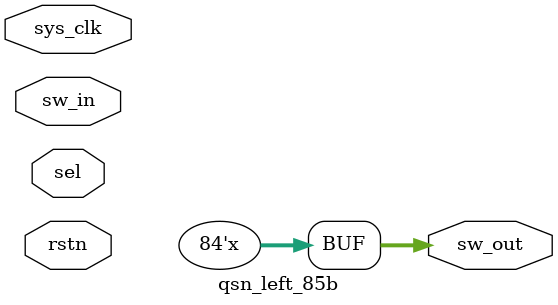
<source format=v>
`include "define.vh"

module qsn_left_85b (
	output wire [83:0] sw_out,

	input wire [84:0] sw_in,
	input wire [6:0] sel,
	input wire sys_clk,
	input wire rstn
);

	// Multiplexer Stage 6
	wire [20:0] mux_stage_6;
	assign mux_stage_6[0] = (sel[6] == 1'b1) ? sw_in[64] : sw_in[0];
	assign mux_stage_6[1] = (sel[6] == 1'b1) ? sw_in[65] : sw_in[1];
	assign mux_stage_6[2] = (sel[6] == 1'b1) ? sw_in[66] : sw_in[2];
	assign mux_stage_6[3] = (sel[6] == 1'b1) ? sw_in[67] : sw_in[3];
	assign mux_stage_6[4] = (sel[6] == 1'b1) ? sw_in[68] : sw_in[4];
	assign mux_stage_6[5] = (sel[6] == 1'b1) ? sw_in[69] : sw_in[5];
	assign mux_stage_6[6] = (sel[6] == 1'b1) ? sw_in[70] : sw_in[6];
	assign mux_stage_6[7] = (sel[6] == 1'b1) ? sw_in[71] : sw_in[7];
	assign mux_stage_6[8] = (sel[6] == 1'b1) ? sw_in[72] : sw_in[8];
	assign mux_stage_6[9] = (sel[6] == 1'b1) ? sw_in[73] : sw_in[9];
	assign mux_stage_6[10] = (sel[6] == 1'b1) ? sw_in[74] : sw_in[10];
	assign mux_stage_6[11] = (sel[6] == 1'b1) ? sw_in[75] : sw_in[11];
	assign mux_stage_6[12] = (sel[6] == 1'b1) ? sw_in[76] : sw_in[12];
	assign mux_stage_6[13] = (sel[6] == 1'b1) ? sw_in[77] : sw_in[13];
	assign mux_stage_6[14] = (sel[6] == 1'b1) ? sw_in[78] : sw_in[14];
	assign mux_stage_6[15] = (sel[6] == 1'b1) ? sw_in[79] : sw_in[15];
	assign mux_stage_6[16] = (sel[6] == 1'b1) ? sw_in[80] : sw_in[16];
	assign mux_stage_6[17] = (sel[6] == 1'b1) ? sw_in[81] : sw_in[17];
	assign mux_stage_6[18] = (sel[6] == 1'b1) ? sw_in[82] : sw_in[18];
	assign mux_stage_6[19] = (sel[6] == 1'b1) ? sw_in[83] : sw_in[19];
	assign mux_stage_6[20] = (sel[6] == 1'b1) ? sw_in[84] : sw_in[20];

	// Multiplexer Stage 5
	wire [52:0] mux_stage_5;
	assign mux_stage_5[0] = (sel[5] == 1'b1) ? sw_in[32] : mux_stage_6[0];
	assign mux_stage_5[1] = (sel[5] == 1'b1) ? sw_in[33] : mux_stage_6[1];
	assign mux_stage_5[2] = (sel[5] == 1'b1) ? sw_in[34] : mux_stage_6[2];
	assign mux_stage_5[3] = (sel[5] == 1'b1) ? sw_in[35] : mux_stage_6[3];
	assign mux_stage_5[4] = (sel[5] == 1'b1) ? sw_in[36] : mux_stage_6[4];
	assign mux_stage_5[5] = (sel[5] == 1'b1) ? sw_in[37] : mux_stage_6[5];
	assign mux_stage_5[6] = (sel[5] == 1'b1) ? sw_in[38] : mux_stage_6[6];
	assign mux_stage_5[7] = (sel[5] == 1'b1) ? sw_in[39] : mux_stage_6[7];
	assign mux_stage_5[8] = (sel[5] == 1'b1) ? sw_in[40] : mux_stage_6[8];
	assign mux_stage_5[9] = (sel[5] == 1'b1) ? sw_in[41] : mux_stage_6[9];
	assign mux_stage_5[10] = (sel[5] == 1'b1) ? sw_in[42] : mux_stage_6[10];
	assign mux_stage_5[11] = (sel[5] == 1'b1) ? sw_in[43] : mux_stage_6[11];
	assign mux_stage_5[12] = (sel[5] == 1'b1) ? sw_in[44] : mux_stage_6[12];
	assign mux_stage_5[13] = (sel[5] == 1'b1) ? sw_in[45] : mux_stage_6[13];
	assign mux_stage_5[14] = (sel[5] == 1'b1) ? sw_in[46] : mux_stage_6[14];
	assign mux_stage_5[15] = (sel[5] == 1'b1) ? sw_in[47] : mux_stage_6[15];
	assign mux_stage_5[16] = (sel[5] == 1'b1) ? sw_in[48] : mux_stage_6[16];
	assign mux_stage_5[17] = (sel[5] == 1'b1) ? sw_in[49] : mux_stage_6[17];
	assign mux_stage_5[18] = (sel[5] == 1'b1) ? sw_in[50] : mux_stage_6[18];
	assign mux_stage_5[19] = (sel[5] == 1'b1) ? sw_in[51] : mux_stage_6[19];
	assign mux_stage_5[20] = (sel[5] == 1'b1) ? sw_in[52] : mux_stage_6[20];
	assign mux_stage_5[21] = (sel[5] == 1'b1) ? sw_in[53] : sw_in[21];
	assign mux_stage_5[22] = (sel[5] == 1'b1) ? sw_in[54] : sw_in[22];
	assign mux_stage_5[23] = (sel[5] == 1'b1) ? sw_in[55] : sw_in[23];
	assign mux_stage_5[24] = (sel[5] == 1'b1) ? sw_in[56] : sw_in[24];
	assign mux_stage_5[25] = (sel[5] == 1'b1) ? sw_in[57] : sw_in[25];
	assign mux_stage_5[26] = (sel[5] == 1'b1) ? sw_in[58] : sw_in[26];
	assign mux_stage_5[27] = (sel[5] == 1'b1) ? sw_in[59] : sw_in[27];
	assign mux_stage_5[28] = (sel[5] == 1'b1) ? sw_in[60] : sw_in[28];
	assign mux_stage_5[29] = (sel[5] == 1'b1) ? sw_in[61] : sw_in[29];
	assign mux_stage_5[30] = (sel[5] == 1'b1) ? sw_in[62] : sw_in[30];
	assign mux_stage_5[31] = (sel[5] == 1'b1) ? sw_in[63] : sw_in[31];
	assign mux_stage_5[32] = (sel[5] == 1'b1) ? sw_in[64] : sw_in[32];
	assign mux_stage_5[33] = (sel[5] == 1'b1) ? sw_in[65] : sw_in[33];
	assign mux_stage_5[34] = (sel[5] == 1'b1) ? sw_in[66] : sw_in[34];
	assign mux_stage_5[35] = (sel[5] == 1'b1) ? sw_in[67] : sw_in[35];
	assign mux_stage_5[36] = (sel[5] == 1'b1) ? sw_in[68] : sw_in[36];
	assign mux_stage_5[37] = (sel[5] == 1'b1) ? sw_in[69] : sw_in[37];
	assign mux_stage_5[38] = (sel[5] == 1'b1) ? sw_in[70] : sw_in[38];
	assign mux_stage_5[39] = (sel[5] == 1'b1) ? sw_in[71] : sw_in[39];
	assign mux_stage_5[40] = (sel[5] == 1'b1) ? sw_in[72] : sw_in[40];
	assign mux_stage_5[41] = (sel[5] == 1'b1) ? sw_in[73] : sw_in[41];
	assign mux_stage_5[42] = (sel[5] == 1'b1) ? sw_in[74] : sw_in[42];
	assign mux_stage_5[43] = (sel[5] == 1'b1) ? sw_in[75] : sw_in[43];
	assign mux_stage_5[44] = (sel[5] == 1'b1) ? sw_in[76] : sw_in[44];
	assign mux_stage_5[45] = (sel[5] == 1'b1) ? sw_in[77] : sw_in[45];
	assign mux_stage_5[46] = (sel[5] == 1'b1) ? sw_in[78] : sw_in[46];
	assign mux_stage_5[47] = (sel[5] == 1'b1) ? sw_in[79] : sw_in[47];
	assign mux_stage_5[48] = (sel[5] == 1'b1) ? sw_in[80] : sw_in[48];
	assign mux_stage_5[49] = (sel[5] == 1'b1) ? sw_in[81] : sw_in[49];
	assign mux_stage_5[50] = (sel[5] == 1'b1) ? sw_in[82] : sw_in[50];
	assign mux_stage_5[51] = (sel[5] == 1'b1) ? sw_in[83] : sw_in[51];
	assign mux_stage_5[52] = (sel[5] == 1'b1) ? sw_in[84] : sw_in[52];

`ifdef SCHED_4_6
	// Multiplexer Stage 4
	reg [68:0] mux_stage_4;
	always @(posedge sys_clk) begin if(!rstn) mux_stage_4[0 ] <= 0; else if(sel[4] == 1'b1) mux_stage_4[0 ] <= mux_stage_5[16]; else mux_stage_4[0 ] <= mux_stage_5[0 ]; end
	always @(posedge sys_clk) begin if(!rstn) mux_stage_4[1 ] <= 0; else if(sel[4] == 1'b1) mux_stage_4[1 ] <= mux_stage_5[17]; else mux_stage_4[1 ] <= mux_stage_5[1 ]; end
	always @(posedge sys_clk) begin if(!rstn) mux_stage_4[2 ] <= 0; else if(sel[4] == 1'b1) mux_stage_4[2 ] <= mux_stage_5[18]; else mux_stage_4[2 ] <= mux_stage_5[2 ]; end
	always @(posedge sys_clk) begin if(!rstn) mux_stage_4[3 ] <= 0; else if(sel[4] == 1'b1) mux_stage_4[3 ] <= mux_stage_5[19]; else mux_stage_4[3 ] <= mux_stage_5[3 ]; end
	always @(posedge sys_clk) begin if(!rstn) mux_stage_4[4 ] <= 0; else if(sel[4] == 1'b1) mux_stage_4[4 ] <= mux_stage_5[20]; else mux_stage_4[4 ] <= mux_stage_5[4 ]; end
	always @(posedge sys_clk) begin if(!rstn) mux_stage_4[5 ] <= 0; else if(sel[4] == 1'b1) mux_stage_4[5 ] <= mux_stage_5[21]; else mux_stage_4[5 ] <= mux_stage_5[5 ]; end
	always @(posedge sys_clk) begin if(!rstn) mux_stage_4[6 ] <= 0; else if(sel[4] == 1'b1) mux_stage_4[6 ] <= mux_stage_5[22]; else mux_stage_4[6 ] <= mux_stage_5[6 ]; end
	always @(posedge sys_clk) begin if(!rstn) mux_stage_4[7 ] <= 0; else if(sel[4] == 1'b1) mux_stage_4[7 ] <= mux_stage_5[23]; else mux_stage_4[7 ] <= mux_stage_5[7 ]; end
	always @(posedge sys_clk) begin if(!rstn) mux_stage_4[8 ] <= 0; else if(sel[4] == 1'b1) mux_stage_4[8 ] <= mux_stage_5[24]; else mux_stage_4[8 ] <= mux_stage_5[8 ]; end
	always @(posedge sys_clk) begin if(!rstn) mux_stage_4[9 ] <= 0; else if(sel[4] == 1'b1) mux_stage_4[9 ] <= mux_stage_5[25]; else mux_stage_4[9 ] <= mux_stage_5[9 ]; end
	always @(posedge sys_clk) begin if(!rstn) mux_stage_4[10] <= 0; else if(sel[4] == 1'b1) mux_stage_4[10] <= mux_stage_5[26]; else mux_stage_4[10] <= mux_stage_5[10]; end
	always @(posedge sys_clk) begin if(!rstn) mux_stage_4[11] <= 0; else if(sel[4] == 1'b1) mux_stage_4[11] <= mux_stage_5[27]; else mux_stage_4[11] <= mux_stage_5[11]; end
	always @(posedge sys_clk) begin if(!rstn) mux_stage_4[12] <= 0; else if(sel[4] == 1'b1) mux_stage_4[12] <= mux_stage_5[28]; else mux_stage_4[12] <= mux_stage_5[12]; end
	always @(posedge sys_clk) begin if(!rstn) mux_stage_4[13] <= 0; else if(sel[4] == 1'b1) mux_stage_4[13] <= mux_stage_5[29]; else mux_stage_4[13] <= mux_stage_5[13]; end
	always @(posedge sys_clk) begin if(!rstn) mux_stage_4[14] <= 0; else if(sel[4] == 1'b1) mux_stage_4[14] <= mux_stage_5[30]; else mux_stage_4[14] <= mux_stage_5[14]; end
	always @(posedge sys_clk) begin if(!rstn) mux_stage_4[15] <= 0; else if(sel[4] == 1'b1) mux_stage_4[15] <= mux_stage_5[31]; else mux_stage_4[15] <= mux_stage_5[15]; end
	always @(posedge sys_clk) begin if(!rstn) mux_stage_4[16] <= 0; else if(sel[4] == 1'b1) mux_stage_4[16] <= mux_stage_5[32]; else mux_stage_4[16] <= mux_stage_5[16]; end
	always @(posedge sys_clk) begin if(!rstn) mux_stage_4[17] <= 0; else if(sel[4] == 1'b1) mux_stage_4[17] <= mux_stage_5[33]; else mux_stage_4[17] <= mux_stage_5[17]; end
	always @(posedge sys_clk) begin if(!rstn) mux_stage_4[18] <= 0; else if(sel[4] == 1'b1) mux_stage_4[18] <= mux_stage_5[34]; else mux_stage_4[18] <= mux_stage_5[18]; end
	always @(posedge sys_clk) begin if(!rstn) mux_stage_4[19] <= 0; else if(sel[4] == 1'b1) mux_stage_4[19] <= mux_stage_5[35]; else mux_stage_4[19] <= mux_stage_5[19]; end
	always @(posedge sys_clk) begin if(!rstn) mux_stage_4[20] <= 0; else if(sel[4] == 1'b1) mux_stage_4[20] <= mux_stage_5[36]; else mux_stage_4[20] <= mux_stage_5[20]; end
	always @(posedge sys_clk) begin if(!rstn) mux_stage_4[21] <= 0; else if(sel[4] == 1'b1) mux_stage_4[21] <= mux_stage_5[37]; else mux_stage_4[21] <= mux_stage_5[21]; end
	always @(posedge sys_clk) begin if(!rstn) mux_stage_4[22] <= 0; else if(sel[4] == 1'b1) mux_stage_4[22] <= mux_stage_5[38]; else mux_stage_4[22] <= mux_stage_5[22]; end
	always @(posedge sys_clk) begin if(!rstn) mux_stage_4[23] <= 0; else if(sel[4] == 1'b1) mux_stage_4[23] <= mux_stage_5[39]; else mux_stage_4[23] <= mux_stage_5[23]; end
	always @(posedge sys_clk) begin if(!rstn) mux_stage_4[24] <= 0; else if(sel[4] == 1'b1) mux_stage_4[24] <= mux_stage_5[40]; else mux_stage_4[24] <= mux_stage_5[24]; end
	always @(posedge sys_clk) begin if(!rstn) mux_stage_4[25] <= 0; else if(sel[4] == 1'b1) mux_stage_4[25] <= mux_stage_5[41]; else mux_stage_4[25] <= mux_stage_5[25]; end
	always @(posedge sys_clk) begin if(!rstn) mux_stage_4[26] <= 0; else if(sel[4] == 1'b1) mux_stage_4[26] <= mux_stage_5[42]; else mux_stage_4[26] <= mux_stage_5[26]; end
	always @(posedge sys_clk) begin if(!rstn) mux_stage_4[27] <= 0; else if(sel[4] == 1'b1) mux_stage_4[27] <= mux_stage_5[43]; else mux_stage_4[27] <= mux_stage_5[27]; end
	always @(posedge sys_clk) begin if(!rstn) mux_stage_4[28] <= 0; else if(sel[4] == 1'b1) mux_stage_4[28] <= mux_stage_5[44]; else mux_stage_4[28] <= mux_stage_5[28]; end
	always @(posedge sys_clk) begin if(!rstn) mux_stage_4[29] <= 0; else if(sel[4] == 1'b1) mux_stage_4[29] <= mux_stage_5[45]; else mux_stage_4[29] <= mux_stage_5[29]; end
	always @(posedge sys_clk) begin if(!rstn) mux_stage_4[30] <= 0; else if(sel[4] == 1'b1) mux_stage_4[30] <= mux_stage_5[46]; else mux_stage_4[30] <= mux_stage_5[30]; end
	always @(posedge sys_clk) begin if(!rstn) mux_stage_4[31] <= 0; else if(sel[4] == 1'b1) mux_stage_4[31] <= mux_stage_5[47]; else mux_stage_4[31] <= mux_stage_5[31]; end
	always @(posedge sys_clk) begin if(!rstn) mux_stage_4[32] <= 0; else if(sel[4] == 1'b1) mux_stage_4[32] <= mux_stage_5[48]; else mux_stage_4[32] <= mux_stage_5[32]; end
	always @(posedge sys_clk) begin if(!rstn) mux_stage_4[33] <= 0; else if(sel[4] == 1'b1) mux_stage_4[33] <= mux_stage_5[49]; else mux_stage_4[33] <= mux_stage_5[33]; end
	always @(posedge sys_clk) begin if(!rstn) mux_stage_4[34] <= 0; else if(sel[4] == 1'b1) mux_stage_4[34] <= mux_stage_5[50]; else mux_stage_4[34] <= mux_stage_5[34]; end
	always @(posedge sys_clk) begin if(!rstn) mux_stage_4[35] <= 0; else if(sel[4] == 1'b1) mux_stage_4[35] <= mux_stage_5[51]; else mux_stage_4[35] <= mux_stage_5[35]; end
	always @(posedge sys_clk) begin if(!rstn) mux_stage_4[36] <= 0; else if(sel[4] == 1'b1) mux_stage_4[36] <= mux_stage_5[52]; else mux_stage_4[36] <= mux_stage_5[36]; end
	always @(posedge sys_clk) begin if(!rstn) mux_stage_4[37] <= 0; else if (sel[4] == 1'b1) mux_stage_4[37] <= sw_in[53]; else mux_stage_4[37] <= mux_stage_5[37]; end
	always @(posedge sys_clk) begin if(!rstn) mux_stage_4[38] <= 0; else if (sel[4] == 1'b1) mux_stage_4[38] <= sw_in[54]; else mux_stage_4[38] <= mux_stage_5[38]; end
	always @(posedge sys_clk) begin if(!rstn) mux_stage_4[39] <= 0; else if (sel[4] == 1'b1) mux_stage_4[39] <= sw_in[55]; else mux_stage_4[39] <= mux_stage_5[39]; end
	always @(posedge sys_clk) begin if(!rstn) mux_stage_4[40] <= 0; else if (sel[4] == 1'b1) mux_stage_4[40] <= sw_in[56]; else mux_stage_4[40] <= mux_stage_5[40]; end
	always @(posedge sys_clk) begin if(!rstn) mux_stage_4[41] <= 0; else if (sel[4] == 1'b1) mux_stage_4[41] <= sw_in[57]; else mux_stage_4[41] <= mux_stage_5[41]; end
	always @(posedge sys_clk) begin if(!rstn) mux_stage_4[42] <= 0; else if (sel[4] == 1'b1) mux_stage_4[42] <= sw_in[58]; else mux_stage_4[42] <= mux_stage_5[42]; end
	always @(posedge sys_clk) begin if(!rstn) mux_stage_4[43] <= 0; else if (sel[4] == 1'b1) mux_stage_4[43] <= sw_in[59]; else mux_stage_4[43] <= mux_stage_5[43]; end
	always @(posedge sys_clk) begin if(!rstn) mux_stage_4[44] <= 0; else if (sel[4] == 1'b1) mux_stage_4[44] <= sw_in[60]; else mux_stage_4[44] <= mux_stage_5[44]; end
	always @(posedge sys_clk) begin if(!rstn) mux_stage_4[45] <= 0; else if (sel[4] == 1'b1) mux_stage_4[45] <= sw_in[61]; else mux_stage_4[45] <= mux_stage_5[45]; end
	always @(posedge sys_clk) begin if(!rstn) mux_stage_4[46] <= 0; else if (sel[4] == 1'b1) mux_stage_4[46] <= sw_in[62]; else mux_stage_4[46] <= mux_stage_5[46]; end
	always @(posedge sys_clk) begin if(!rstn) mux_stage_4[47] <= 0; else if (sel[4] == 1'b1) mux_stage_4[47] <= sw_in[63]; else mux_stage_4[47] <= mux_stage_5[47]; end
	always @(posedge sys_clk) begin if(!rstn) mux_stage_4[48] <= 0; else if (sel[4] == 1'b1) mux_stage_4[48] <= sw_in[64]; else mux_stage_4[48] <= mux_stage_5[48]; end
	always @(posedge sys_clk) begin if(!rstn) mux_stage_4[49] <= 0; else if (sel[4] == 1'b1) mux_stage_4[49] <= sw_in[65]; else mux_stage_4[49] <= mux_stage_5[49]; end
	always @(posedge sys_clk) begin if(!rstn) mux_stage_4[50] <= 0; else if (sel[4] == 1'b1) mux_stage_4[50] <= sw_in[66]; else mux_stage_4[50] <= mux_stage_5[50]; end
	always @(posedge sys_clk) begin if(!rstn) mux_stage_4[51] <= 0; else if (sel[4] == 1'b1) mux_stage_4[51] <= sw_in[67]; else mux_stage_4[51] <= mux_stage_5[51]; end
	always @(posedge sys_clk) begin if(!rstn) mux_stage_4[52] <= 0; else if (sel[4] == 1'b1) mux_stage_4[52] <= sw_in[68]; else mux_stage_4[52] <= mux_stage_5[52]; end
	always @(posedge sys_clk) begin if(!rstn) mux_stage_4[53] <= 0; else if (sel[4] == 1'b1) mux_stage_4[53] <= sw_in[69]; else mux_stage_4[53] <= sw_in[53]; end
	always @(posedge sys_clk) begin if(!rstn) mux_stage_4[54] <= 0; else if (sel[4] == 1'b1) mux_stage_4[54] <= sw_in[70]; else mux_stage_4[54] <= sw_in[54]; end
	always @(posedge sys_clk) begin if(!rstn) mux_stage_4[55] <= 0; else if (sel[4] == 1'b1) mux_stage_4[55] <= sw_in[71]; else mux_stage_4[55] <= sw_in[55]; end
	always @(posedge sys_clk) begin if(!rstn) mux_stage_4[56] <= 0; else if (sel[4] == 1'b1) mux_stage_4[56] <= sw_in[72]; else mux_stage_4[56] <= sw_in[56]; end
	always @(posedge sys_clk) begin if(!rstn) mux_stage_4[57] <= 0; else if (sel[4] == 1'b1) mux_stage_4[57] <= sw_in[73]; else mux_stage_4[57] <= sw_in[57]; end
	always @(posedge sys_clk) begin if(!rstn) mux_stage_4[58] <= 0; else if (sel[4] == 1'b1) mux_stage_4[58] <= sw_in[74]; else mux_stage_4[58] <= sw_in[58]; end
	always @(posedge sys_clk) begin if(!rstn) mux_stage_4[59] <= 0; else if (sel[4] == 1'b1) mux_stage_4[59] <= sw_in[75]; else mux_stage_4[59] <= sw_in[59]; end
	always @(posedge sys_clk) begin if(!rstn) mux_stage_4[60] <= 0; else if (sel[4] == 1'b1) mux_stage_4[60] <= sw_in[76]; else mux_stage_4[60] <= sw_in[60]; end
	always @(posedge sys_clk) begin if(!rstn) mux_stage_4[61] <= 0; else if (sel[4] == 1'b1) mux_stage_4[61] <= sw_in[77]; else mux_stage_4[61] <= sw_in[61]; end
	always @(posedge sys_clk) begin if(!rstn) mux_stage_4[62] <= 0; else if (sel[4] == 1'b1) mux_stage_4[62] <= sw_in[78]; else mux_stage_4[62] <= sw_in[62]; end
	always @(posedge sys_clk) begin if(!rstn) mux_stage_4[63] <= 0; else if (sel[4] == 1'b1) mux_stage_4[63] <= sw_in[79]; else mux_stage_4[63] <= sw_in[63]; end
	always @(posedge sys_clk) begin if(!rstn) mux_stage_4[64] <= 0; else if (sel[4] == 1'b1) mux_stage_4[64] <= sw_in[80]; else mux_stage_4[64] <= sw_in[64]; end
	always @(posedge sys_clk) begin if(!rstn) mux_stage_4[65] <= 0; else if (sel[4] == 1'b1) mux_stage_4[65] <= sw_in[81]; else mux_stage_4[65] <= sw_in[65]; end
	always @(posedge sys_clk) begin if(!rstn) mux_stage_4[66] <= 0; else if (sel[4] == 1'b1) mux_stage_4[66] <= sw_in[82]; else mux_stage_4[66] <= sw_in[66]; end
	always @(posedge sys_clk) begin if(!rstn) mux_stage_4[67] <= 0; else if (sel[4] == 1'b1) mux_stage_4[67] <= sw_in[83]; else mux_stage_4[67] <= sw_in[67]; end
	always @(posedge sys_clk) begin if(!rstn) mux_stage_4[68] <= 0; else if (sel[4] == 1'b1) mux_stage_4[68] <= sw_in[84]; else mux_stage_4[68] <= sw_in[68]; end

	reg sw_in_69_reg0;
	reg sw_in_70_reg0;
	reg sw_in_71_reg0;
	reg sw_in_72_reg0;
	reg sw_in_73_reg0;
	reg sw_in_74_reg0;
	reg sw_in_75_reg0;
	reg sw_in_76_reg0;
	reg sw_in_77_reg0;
	reg sw_in_78_reg0;
	reg sw_in_79_reg0;
	reg sw_in_80_reg0;
	reg sw_in_81_reg0;
	reg sw_in_82_reg0;
	reg sw_in_83_reg0;
	reg sw_in_84_reg0;
	always @(posedge sys_clk) begin if(!rstn) sw_in_69_reg0 <= 0; else sw_in_69_reg0 <= sw_in[69]; end
	always @(posedge sys_clk) begin if(!rstn) sw_in_70_reg0 <= 0; else sw_in_70_reg0 <= sw_in[70]; end
	always @(posedge sys_clk) begin if(!rstn) sw_in_71_reg0 <= 0; else sw_in_71_reg0 <= sw_in[71]; end
	always @(posedge sys_clk) begin if(!rstn) sw_in_72_reg0 <= 0; else sw_in_72_reg0 <= sw_in[72]; end
	always @(posedge sys_clk) begin if(!rstn) sw_in_73_reg0 <= 0; else sw_in_73_reg0 <= sw_in[73]; end
	always @(posedge sys_clk) begin if(!rstn) sw_in_74_reg0 <= 0; else sw_in_74_reg0 <= sw_in[74]; end
	always @(posedge sys_clk) begin if(!rstn) sw_in_75_reg0 <= 0; else sw_in_75_reg0 <= sw_in[75]; end
	always @(posedge sys_clk) begin if(!rstn) sw_in_76_reg0 <= 0; else sw_in_76_reg0 <= sw_in[76]; end
	always @(posedge sys_clk) begin if(!rstn) sw_in_77_reg0 <= 0; else sw_in_77_reg0 <= sw_in[77]; end
	always @(posedge sys_clk) begin if(!rstn) sw_in_78_reg0 <= 0; else sw_in_78_reg0 <= sw_in[78]; end
	always @(posedge sys_clk) begin if(!rstn) sw_in_79_reg0 <= 0; else sw_in_79_reg0 <= sw_in[79]; end
	always @(posedge sys_clk) begin if(!rstn) sw_in_80_reg0 <= 0; else sw_in_80_reg0 <= sw_in[80]; end
	always @(posedge sys_clk) begin if(!rstn) sw_in_81_reg0 <= 0; else sw_in_81_reg0 <= sw_in[81]; end
	always @(posedge sys_clk) begin if(!rstn) sw_in_82_reg0 <= 0; else sw_in_82_reg0 <= sw_in[82]; end
	always @(posedge sys_clk) begin if(!rstn) sw_in_83_reg0 <= 0; else sw_in_83_reg0 <= sw_in[83]; end
	always @(posedge sys_clk) begin if(!rstn) sw_in_84_reg0 <= 0; else sw_in_84_reg0 <= sw_in[84]; end

	// Multiplexer Stage 3
	wire [76:0] mux_stage_3;
	reg sel_3_reg0;
	always @(posedge sys_clk) begin if(!rstn) sel_3_reg0 <= 0; else sel_3_reg0 <= sel[3]; end
	assign mux_stage_3[0 ] = (sel_3_reg0 == 1'b1) ? mux_stage_4[8] : mux_stage_4[0];
	assign mux_stage_3[1 ] = (sel_3_reg0 == 1'b1) ? mux_stage_4[9] : mux_stage_4[1];
	assign mux_stage_3[2 ] = (sel_3_reg0 == 1'b1) ? mux_stage_4[10] : mux_stage_4[2];
	assign mux_stage_3[3 ] = (sel_3_reg0 == 1'b1) ? mux_stage_4[11] : mux_stage_4[3];
	assign mux_stage_3[4 ] = (sel_3_reg0 == 1'b1) ? mux_stage_4[12] : mux_stage_4[4];
	assign mux_stage_3[5 ] = (sel_3_reg0 == 1'b1) ? mux_stage_4[13] : mux_stage_4[5];
	assign mux_stage_3[6 ] = (sel_3_reg0 == 1'b1) ? mux_stage_4[14] : mux_stage_4[6];
	assign mux_stage_3[7 ] = (sel_3_reg0 == 1'b1) ? mux_stage_4[15] : mux_stage_4[7];
	assign mux_stage_3[8 ] = (sel_3_reg0 == 1'b1) ? mux_stage_4[16] : mux_stage_4[8];
	assign mux_stage_3[9 ] = (sel_3_reg0 == 1'b1) ? mux_stage_4[17] : mux_stage_4[9];
	assign mux_stage_3[10] = (sel_3_reg0 == 1'b1) ? mux_stage_4[18] : mux_stage_4[10];
	assign mux_stage_3[11] = (sel_3_reg0 == 1'b1) ? mux_stage_4[19] : mux_stage_4[11];
	assign mux_stage_3[12] = (sel_3_reg0 == 1'b1) ? mux_stage_4[20] : mux_stage_4[12];
	assign mux_stage_3[13] = (sel_3_reg0 == 1'b1) ? mux_stage_4[21] : mux_stage_4[13];
	assign mux_stage_3[14] = (sel_3_reg0 == 1'b1) ? mux_stage_4[22] : mux_stage_4[14];
	assign mux_stage_3[15] = (sel_3_reg0 == 1'b1) ? mux_stage_4[23] : mux_stage_4[15];
	assign mux_stage_3[16] = (sel_3_reg0 == 1'b1) ? mux_stage_4[24] : mux_stage_4[16];
	assign mux_stage_3[17] = (sel_3_reg0 == 1'b1) ? mux_stage_4[25] : mux_stage_4[17];
	assign mux_stage_3[18] = (sel_3_reg0 == 1'b1) ? mux_stage_4[26] : mux_stage_4[18];
	assign mux_stage_3[19] = (sel_3_reg0 == 1'b1) ? mux_stage_4[27] : mux_stage_4[19];
	assign mux_stage_3[20] = (sel_3_reg0 == 1'b1) ? mux_stage_4[28] : mux_stage_4[20];
	assign mux_stage_3[21] = (sel_3_reg0 == 1'b1) ? mux_stage_4[29] : mux_stage_4[21];
	assign mux_stage_3[22] = (sel_3_reg0 == 1'b1) ? mux_stage_4[30] : mux_stage_4[22];
	assign mux_stage_3[23] = (sel_3_reg0 == 1'b1) ? mux_stage_4[31] : mux_stage_4[23];
	assign mux_stage_3[24] = (sel_3_reg0 == 1'b1) ? mux_stage_4[32] : mux_stage_4[24];
	assign mux_stage_3[25] = (sel_3_reg0 == 1'b1) ? mux_stage_4[33] : mux_stage_4[25];
	assign mux_stage_3[26] = (sel_3_reg0 == 1'b1) ? mux_stage_4[34] : mux_stage_4[26];
	assign mux_stage_3[27] = (sel_3_reg0 == 1'b1) ? mux_stage_4[35] : mux_stage_4[27];
	assign mux_stage_3[28] = (sel_3_reg0 == 1'b1) ? mux_stage_4[36] : mux_stage_4[28];
	assign mux_stage_3[29] = (sel_3_reg0 == 1'b1) ? mux_stage_4[37] : mux_stage_4[29];
	assign mux_stage_3[30] = (sel_3_reg0 == 1'b1) ? mux_stage_4[38] : mux_stage_4[30];
	assign mux_stage_3[31] = (sel_3_reg0 == 1'b1) ? mux_stage_4[39] : mux_stage_4[31];
	assign mux_stage_3[32] = (sel_3_reg0 == 1'b1) ? mux_stage_4[40] : mux_stage_4[32];
	assign mux_stage_3[33] = (sel_3_reg0 == 1'b1) ? mux_stage_4[41] : mux_stage_4[33];
	assign mux_stage_3[34] = (sel_3_reg0 == 1'b1) ? mux_stage_4[42] : mux_stage_4[34];
	assign mux_stage_3[35] = (sel_3_reg0 == 1'b1) ? mux_stage_4[43] : mux_stage_4[35];
	assign mux_stage_3[36] = (sel_3_reg0 == 1'b1) ? mux_stage_4[44] : mux_stage_4[36];
	assign mux_stage_3[37] = (sel_3_reg0 == 1'b1) ? mux_stage_4[45] : mux_stage_4[37];
	assign mux_stage_3[38] = (sel_3_reg0 == 1'b1) ? mux_stage_4[46] : mux_stage_4[38];
	assign mux_stage_3[39] = (sel_3_reg0 == 1'b1) ? mux_stage_4[47] : mux_stage_4[39];
	assign mux_stage_3[40] = (sel_3_reg0 == 1'b1) ? mux_stage_4[48] : mux_stage_4[40];
	assign mux_stage_3[41] = (sel_3_reg0 == 1'b1) ? mux_stage_4[49] : mux_stage_4[41];
	assign mux_stage_3[42] = (sel_3_reg0 == 1'b1) ? mux_stage_4[50] : mux_stage_4[42];
	assign mux_stage_3[43] = (sel_3_reg0 == 1'b1) ? mux_stage_4[51] : mux_stage_4[43];
	assign mux_stage_3[44] = (sel_3_reg0 == 1'b1) ? mux_stage_4[52] : mux_stage_4[44];
	assign mux_stage_3[45] = (sel_3_reg0 == 1'b1) ? mux_stage_4[53] : mux_stage_4[45];
	assign mux_stage_3[46] = (sel_3_reg0 == 1'b1) ? mux_stage_4[54] : mux_stage_4[46];
	assign mux_stage_3[47] = (sel_3_reg0 == 1'b1) ? mux_stage_4[55] : mux_stage_4[47];
	assign mux_stage_3[48] = (sel_3_reg0 == 1'b1) ? mux_stage_4[56] : mux_stage_4[48];
	assign mux_stage_3[49] = (sel_3_reg0 == 1'b1) ? mux_stage_4[57] : mux_stage_4[49];
	assign mux_stage_3[50] = (sel_3_reg0 == 1'b1) ? mux_stage_4[58] : mux_stage_4[50];
	assign mux_stage_3[51] = (sel_3_reg0 == 1'b1) ? mux_stage_4[59] : mux_stage_4[51];
	assign mux_stage_3[52] = (sel_3_reg0 == 1'b1) ? mux_stage_4[60] : mux_stage_4[52];
	assign mux_stage_3[53] = (sel_3_reg0 == 1'b1) ? mux_stage_4[61] : mux_stage_4[53];
	assign mux_stage_3[54] = (sel_3_reg0 == 1'b1) ? mux_stage_4[62] : mux_stage_4[54];
	assign mux_stage_3[55] = (sel_3_reg0 == 1'b1) ? mux_stage_4[63] : mux_stage_4[55];
	assign mux_stage_3[56] = (sel_3_reg0 == 1'b1) ? mux_stage_4[64] : mux_stage_4[56];
	assign mux_stage_3[57] = (sel_3_reg0 == 1'b1) ? mux_stage_4[65] : mux_stage_4[57];
	assign mux_stage_3[58] = (sel_3_reg0 == 1'b1) ? mux_stage_4[66] : mux_stage_4[58];
	assign mux_stage_3[59] = (sel_3_reg0 == 1'b1) ? mux_stage_4[67] : mux_stage_4[59];
	assign mux_stage_3[60] = (sel_3_reg0 == 1'b1) ? mux_stage_4[68] : mux_stage_4[60];
	assign mux_stage_3[61] = (sel_3_reg0 == 1'b1) ? sw_in_69_reg0 : mux_stage_4[61];
	assign mux_stage_3[62] = (sel_3_reg0 == 1'b1) ? sw_in_70_reg0 : mux_stage_4[62];
	assign mux_stage_3[63] = (sel_3_reg0 == 1'b1) ? sw_in_71_reg0 : mux_stage_4[63];
	assign mux_stage_3[64] = (sel_3_reg0 == 1'b1) ? sw_in_72_reg0 : mux_stage_4[64];
	assign mux_stage_3[65] = (sel_3_reg0 == 1'b1) ? sw_in_73_reg0 : mux_stage_4[65];
	assign mux_stage_3[66] = (sel_3_reg0 == 1'b1) ? sw_in_74_reg0 : mux_stage_4[66];
	assign mux_stage_3[67] = (sel_3_reg0 == 1'b1) ? sw_in_75_reg0 : mux_stage_4[67];
	assign mux_stage_3[68] = (sel_3_reg0 == 1'b1) ? sw_in_76_reg0 : mux_stage_4[68];
	assign mux_stage_3[69] = (sel_3_reg0 == 1'b1) ? sw_in_77_reg0 : sw_in_69_reg0;
	assign mux_stage_3[70] = (sel_3_reg0 == 1'b1) ? sw_in_78_reg0 : sw_in_70_reg0;
	assign mux_stage_3[71] = (sel_3_reg0 == 1'b1) ? sw_in_79_reg0 : sw_in_71_reg0;
	assign mux_stage_3[72] = (sel_3_reg0 == 1'b1) ? sw_in_80_reg0 : sw_in_72_reg0;
	assign mux_stage_3[73] = (sel_3_reg0 == 1'b1) ? sw_in_81_reg0 : sw_in_73_reg0;
	assign mux_stage_3[74] = (sel_3_reg0 == 1'b1) ? sw_in_82_reg0 : sw_in_74_reg0;
	assign mux_stage_3[75] = (sel_3_reg0 == 1'b1) ? sw_in_83_reg0 : sw_in_75_reg0;
	assign mux_stage_3[76] = (sel_3_reg0 == 1'b1) ? sw_in_84_reg0 : sw_in_76_reg0;

	// Multiplexer Stage 2
	wire [80:0] mux_stage_2;
	reg sel_2_reg0;
	always @(posedge sys_clk) begin if(!rstn) sel_2_reg0 <= 0; else sel_2_reg0 <= sel[2]; end
	assign mux_stage_2[0 ] = (sel_2_reg0 == 1'b1) ? mux_stage_3[4] : mux_stage_3[0];
	assign mux_stage_2[1 ] = (sel_2_reg0 == 1'b1) ? mux_stage_3[5] : mux_stage_3[1];
	assign mux_stage_2[2 ] = (sel_2_reg0 == 1'b1) ? mux_stage_3[6] : mux_stage_3[2];
	assign mux_stage_2[3 ] = (sel_2_reg0 == 1'b1) ? mux_stage_3[7] : mux_stage_3[3];
	assign mux_stage_2[4 ] = (sel_2_reg0 == 1'b1) ? mux_stage_3[8] : mux_stage_3[4];
	assign mux_stage_2[5 ] = (sel_2_reg0 == 1'b1) ? mux_stage_3[9] : mux_stage_3[5];
	assign mux_stage_2[6 ] = (sel_2_reg0 == 1'b1) ? mux_stage_3[10] : mux_stage_3[6];
	assign mux_stage_2[7 ] = (sel_2_reg0 == 1'b1) ? mux_stage_3[11] : mux_stage_3[7];
	assign mux_stage_2[8 ] = (sel_2_reg0 == 1'b1) ? mux_stage_3[12] : mux_stage_3[8];
	assign mux_stage_2[9 ] = (sel_2_reg0 == 1'b1) ? mux_stage_3[13] : mux_stage_3[9];
	assign mux_stage_2[10] = (sel_2_reg0 == 1'b1) ? mux_stage_3[14] : mux_stage_3[10];
	assign mux_stage_2[11] = (sel_2_reg0 == 1'b1) ? mux_stage_3[15] : mux_stage_3[11];
	assign mux_stage_2[12] = (sel_2_reg0 == 1'b1) ? mux_stage_3[16] : mux_stage_3[12];
	assign mux_stage_2[13] = (sel_2_reg0 == 1'b1) ? mux_stage_3[17] : mux_stage_3[13];
	assign mux_stage_2[14] = (sel_2_reg0 == 1'b1) ? mux_stage_3[18] : mux_stage_3[14];
	assign mux_stage_2[15] = (sel_2_reg0 == 1'b1) ? mux_stage_3[19] : mux_stage_3[15];
	assign mux_stage_2[16] = (sel_2_reg0 == 1'b1) ? mux_stage_3[20] : mux_stage_3[16];
	assign mux_stage_2[17] = (sel_2_reg0 == 1'b1) ? mux_stage_3[21] : mux_stage_3[17];
	assign mux_stage_2[18] = (sel_2_reg0 == 1'b1) ? mux_stage_3[22] : mux_stage_3[18];
	assign mux_stage_2[19] = (sel_2_reg0 == 1'b1) ? mux_stage_3[23] : mux_stage_3[19];
	assign mux_stage_2[20] = (sel_2_reg0 == 1'b1) ? mux_stage_3[24] : mux_stage_3[20];
	assign mux_stage_2[21] = (sel_2_reg0 == 1'b1) ? mux_stage_3[25] : mux_stage_3[21];
	assign mux_stage_2[22] = (sel_2_reg0 == 1'b1) ? mux_stage_3[26] : mux_stage_3[22];
	assign mux_stage_2[23] = (sel_2_reg0 == 1'b1) ? mux_stage_3[27] : mux_stage_3[23];
	assign mux_stage_2[24] = (sel_2_reg0 == 1'b1) ? mux_stage_3[28] : mux_stage_3[24];
	assign mux_stage_2[25] = (sel_2_reg0 == 1'b1) ? mux_stage_3[29] : mux_stage_3[25];
	assign mux_stage_2[26] = (sel_2_reg0 == 1'b1) ? mux_stage_3[30] : mux_stage_3[26];
	assign mux_stage_2[27] = (sel_2_reg0 == 1'b1) ? mux_stage_3[31] : mux_stage_3[27];
	assign mux_stage_2[28] = (sel_2_reg0 == 1'b1) ? mux_stage_3[32] : mux_stage_3[28];
	assign mux_stage_2[29] = (sel_2_reg0 == 1'b1) ? mux_stage_3[33] : mux_stage_3[29];
	assign mux_stage_2[30] = (sel_2_reg0 == 1'b1) ? mux_stage_3[34] : mux_stage_3[30];
	assign mux_stage_2[31] = (sel_2_reg0 == 1'b1) ? mux_stage_3[35] : mux_stage_3[31];
	assign mux_stage_2[32] = (sel_2_reg0 == 1'b1) ? mux_stage_3[36] : mux_stage_3[32];
	assign mux_stage_2[33] = (sel_2_reg0 == 1'b1) ? mux_stage_3[37] : mux_stage_3[33];
	assign mux_stage_2[34] = (sel_2_reg0 == 1'b1) ? mux_stage_3[38] : mux_stage_3[34];
	assign mux_stage_2[35] = (sel_2_reg0 == 1'b1) ? mux_stage_3[39] : mux_stage_3[35];
	assign mux_stage_2[36] = (sel_2_reg0 == 1'b1) ? mux_stage_3[40] : mux_stage_3[36];
	assign mux_stage_2[37] = (sel_2_reg0 == 1'b1) ? mux_stage_3[41] : mux_stage_3[37];
	assign mux_stage_2[38] = (sel_2_reg0 == 1'b1) ? mux_stage_3[42] : mux_stage_3[38];
	assign mux_stage_2[39] = (sel_2_reg0 == 1'b1) ? mux_stage_3[43] : mux_stage_3[39];
	assign mux_stage_2[40] = (sel_2_reg0 == 1'b1) ? mux_stage_3[44] : mux_stage_3[40];
	assign mux_stage_2[41] = (sel_2_reg0 == 1'b1) ? mux_stage_3[45] : mux_stage_3[41];
	assign mux_stage_2[42] = (sel_2_reg0 == 1'b1) ? mux_stage_3[46] : mux_stage_3[42];
	assign mux_stage_2[43] = (sel_2_reg0 == 1'b1) ? mux_stage_3[47] : mux_stage_3[43];
	assign mux_stage_2[44] = (sel_2_reg0 == 1'b1) ? mux_stage_3[48] : mux_stage_3[44];
	assign mux_stage_2[45] = (sel_2_reg0 == 1'b1) ? mux_stage_3[49] : mux_stage_3[45];
	assign mux_stage_2[46] = (sel_2_reg0 == 1'b1) ? mux_stage_3[50] : mux_stage_3[46];
	assign mux_stage_2[47] = (sel_2_reg0 == 1'b1) ? mux_stage_3[51] : mux_stage_3[47];
	assign mux_stage_2[48] = (sel_2_reg0 == 1'b1) ? mux_stage_3[52] : mux_stage_3[48];
	assign mux_stage_2[49] = (sel_2_reg0 == 1'b1) ? mux_stage_3[53] : mux_stage_3[49];
	assign mux_stage_2[50] = (sel_2_reg0 == 1'b1) ? mux_stage_3[54] : mux_stage_3[50];
	assign mux_stage_2[51] = (sel_2_reg0 == 1'b1) ? mux_stage_3[55] : mux_stage_3[51];
	assign mux_stage_2[52] = (sel_2_reg0 == 1'b1) ? mux_stage_3[56] : mux_stage_3[52];
	assign mux_stage_2[53] = (sel_2_reg0 == 1'b1) ? mux_stage_3[57] : mux_stage_3[53];
	assign mux_stage_2[54] = (sel_2_reg0 == 1'b1) ? mux_stage_3[58] : mux_stage_3[54];
	assign mux_stage_2[55] = (sel_2_reg0 == 1'b1) ? mux_stage_3[59] : mux_stage_3[55];
	assign mux_stage_2[56] = (sel_2_reg0 == 1'b1) ? mux_stage_3[60] : mux_stage_3[56];
	assign mux_stage_2[57] = (sel_2_reg0 == 1'b1) ? mux_stage_3[61] : mux_stage_3[57];
	assign mux_stage_2[58] = (sel_2_reg0 == 1'b1) ? mux_stage_3[62] : mux_stage_3[58];
	assign mux_stage_2[59] = (sel_2_reg0 == 1'b1) ? mux_stage_3[63] : mux_stage_3[59];
	assign mux_stage_2[60] = (sel_2_reg0 == 1'b1) ? mux_stage_3[64] : mux_stage_3[60];
	assign mux_stage_2[61] = (sel_2_reg0 == 1'b1) ? mux_stage_3[65] : mux_stage_3[61];
	assign mux_stage_2[62] = (sel_2_reg0 == 1'b1) ? mux_stage_3[66] : mux_stage_3[62];
	assign mux_stage_2[63] = (sel_2_reg0 == 1'b1) ? mux_stage_3[67] : mux_stage_3[63];
	assign mux_stage_2[64] = (sel_2_reg0 == 1'b1) ? mux_stage_3[68] : mux_stage_3[64];
	assign mux_stage_2[65] = (sel_2_reg0 == 1'b1) ? mux_stage_3[69] : mux_stage_3[65];
	assign mux_stage_2[66] = (sel_2_reg0 == 1'b1) ? mux_stage_3[70] : mux_stage_3[66];
	assign mux_stage_2[67] = (sel_2_reg0 == 1'b1) ? mux_stage_3[71] : mux_stage_3[67];
	assign mux_stage_2[68] = (sel_2_reg0 == 1'b1) ? mux_stage_3[72] : mux_stage_3[68];
	assign mux_stage_2[69] = (sel_2_reg0 == 1'b1) ? mux_stage_3[73] : mux_stage_3[69];
	assign mux_stage_2[70] = (sel_2_reg0 == 1'b1) ? mux_stage_3[74] : mux_stage_3[70];
	assign mux_stage_2[71] = (sel_2_reg0 == 1'b1) ? mux_stage_3[75] : mux_stage_3[71];
	assign mux_stage_2[72] = (sel_2_reg0 == 1'b1) ? mux_stage_3[76] : mux_stage_3[72];
	assign mux_stage_2[73] = (sel_2_reg0 == 1'b1) ? sw_in_77_reg0 : mux_stage_3[73];
	assign mux_stage_2[74] = (sel_2_reg0 == 1'b1) ? sw_in_78_reg0 : mux_stage_3[74];
	assign mux_stage_2[75] = (sel_2_reg0 == 1'b1) ? sw_in_79_reg0 : mux_stage_3[75];
	assign mux_stage_2[76] = (sel_2_reg0 == 1'b1) ? sw_in_80_reg0 : mux_stage_3[76];
	assign mux_stage_2[77] = (sel_2_reg0 == 1'b1) ? sw_in_81_reg0 : sw_in_77_reg0;
	assign mux_stage_2[78] = (sel_2_reg0 == 1'b1) ? sw_in_82_reg0 : sw_in_78_reg0;
	assign mux_stage_2[79] = (sel_2_reg0 == 1'b1) ? sw_in_83_reg0 : sw_in_79_reg0;
	assign mux_stage_2[80] = (sel_2_reg0 == 1'b1) ? sw_in_84_reg0 : sw_in_80_reg0;

	// Multiplexer Stage 1
	wire [82:0] mux_stage_1;
	reg sel_1_reg0;
	always @(posedge sys_clk) begin if(!rstn) sel_1_reg0 <= 0; else sel_1_reg0 <= sel[1]; end
	assign mux_stage_1[0 ] = (sel[1] == 1'b1) ? mux_stage_2[2] : mux_stage_2[0];
	assign mux_stage_1[1 ] = (sel_1_reg0 == 1'b1) ? mux_stage_2[3] : mux_stage_2[1];
	assign mux_stage_1[2 ] = (sel_1_reg0 == 1'b1) ? mux_stage_2[4] : mux_stage_2[2];
	assign mux_stage_1[3 ] = (sel_1_reg0 == 1'b1) ? mux_stage_2[5] : mux_stage_2[3];
	assign mux_stage_1[4 ] = (sel_1_reg0 == 1'b1) ? mux_stage_2[6] : mux_stage_2[4];
	assign mux_stage_1[5 ] = (sel_1_reg0 == 1'b1) ? mux_stage_2[7] : mux_stage_2[5];
	assign mux_stage_1[6 ] = (sel_1_reg0 == 1'b1) ? mux_stage_2[8] : mux_stage_2[6];
	assign mux_stage_1[7 ] = (sel_1_reg0 == 1'b1) ? mux_stage_2[9] : mux_stage_2[7];
	assign mux_stage_1[8 ] = (sel_1_reg0 == 1'b1) ? mux_stage_2[10] : mux_stage_2[8];
	assign mux_stage_1[9 ] = (sel_1_reg0 == 1'b1) ? mux_stage_2[11] : mux_stage_2[9];
	assign mux_stage_1[10] = (sel_1_reg0 == 1'b1) ? mux_stage_2[12] : mux_stage_2[10];
	assign mux_stage_1[11] = (sel_1_reg0 == 1'b1) ? mux_stage_2[13] : mux_stage_2[11];
	assign mux_stage_1[12] = (sel_1_reg0 == 1'b1) ? mux_stage_2[14] : mux_stage_2[12];
	assign mux_stage_1[13] = (sel_1_reg0 == 1'b1) ? mux_stage_2[15] : mux_stage_2[13];
	assign mux_stage_1[14] = (sel_1_reg0 == 1'b1) ? mux_stage_2[16] : mux_stage_2[14];
	assign mux_stage_1[15] = (sel_1_reg0 == 1'b1) ? mux_stage_2[17] : mux_stage_2[15];
	assign mux_stage_1[16] = (sel_1_reg0 == 1'b1) ? mux_stage_2[18] : mux_stage_2[16];
	assign mux_stage_1[17] = (sel_1_reg0 == 1'b1) ? mux_stage_2[19] : mux_stage_2[17];
	assign mux_stage_1[18] = (sel_1_reg0 == 1'b1) ? mux_stage_2[20] : mux_stage_2[18];
	assign mux_stage_1[19] = (sel_1_reg0 == 1'b1) ? mux_stage_2[21] : mux_stage_2[19];
	assign mux_stage_1[20] = (sel_1_reg0 == 1'b1) ? mux_stage_2[22] : mux_stage_2[20];
	assign mux_stage_1[21] = (sel_1_reg0 == 1'b1) ? mux_stage_2[23] : mux_stage_2[21];
	assign mux_stage_1[22] = (sel_1_reg0 == 1'b1) ? mux_stage_2[24] : mux_stage_2[22];
	assign mux_stage_1[23] = (sel_1_reg0 == 1'b1) ? mux_stage_2[25] : mux_stage_2[23];
	assign mux_stage_1[24] = (sel_1_reg0 == 1'b1) ? mux_stage_2[26] : mux_stage_2[24];
	assign mux_stage_1[25] = (sel_1_reg0 == 1'b1) ? mux_stage_2[27] : mux_stage_2[25];
	assign mux_stage_1[26] = (sel_1_reg0 == 1'b1) ? mux_stage_2[28] : mux_stage_2[26];
	assign mux_stage_1[27] = (sel_1_reg0 == 1'b1) ? mux_stage_2[29] : mux_stage_2[27];
	assign mux_stage_1[28] = (sel_1_reg0 == 1'b1) ? mux_stage_2[30] : mux_stage_2[28];
	assign mux_stage_1[29] = (sel_1_reg0 == 1'b1) ? mux_stage_2[31] : mux_stage_2[29];
	assign mux_stage_1[30] = (sel_1_reg0 == 1'b1) ? mux_stage_2[32] : mux_stage_2[30];
	assign mux_stage_1[31] = (sel_1_reg0 == 1'b1) ? mux_stage_2[33] : mux_stage_2[31];
	assign mux_stage_1[32] = (sel_1_reg0 == 1'b1) ? mux_stage_2[34] : mux_stage_2[32];
	assign mux_stage_1[33] = (sel_1_reg0 == 1'b1) ? mux_stage_2[35] : mux_stage_2[33];
	assign mux_stage_1[34] = (sel_1_reg0 == 1'b1) ? mux_stage_2[36] : mux_stage_2[34];
	assign mux_stage_1[35] = (sel_1_reg0 == 1'b1) ? mux_stage_2[37] : mux_stage_2[35];
	assign mux_stage_1[36] = (sel_1_reg0 == 1'b1) ? mux_stage_2[38] : mux_stage_2[36];
	assign mux_stage_1[37] = (sel_1_reg0 == 1'b1) ? mux_stage_2[39] : mux_stage_2[37];
	assign mux_stage_1[38] = (sel_1_reg0 == 1'b1) ? mux_stage_2[40] : mux_stage_2[38];
	assign mux_stage_1[39] = (sel_1_reg0 == 1'b1) ? mux_stage_2[41] : mux_stage_2[39];
	assign mux_stage_1[40] = (sel_1_reg0 == 1'b1) ? mux_stage_2[42] : mux_stage_2[40];
	assign mux_stage_1[41] = (sel_1_reg0 == 1'b1) ? mux_stage_2[43] : mux_stage_2[41];
	assign mux_stage_1[42] = (sel_1_reg0 == 1'b1) ? mux_stage_2[44] : mux_stage_2[42];
	assign mux_stage_1[43] = (sel_1_reg0 == 1'b1) ? mux_stage_2[45] : mux_stage_2[43];
	assign mux_stage_1[44] = (sel_1_reg0 == 1'b1) ? mux_stage_2[46] : mux_stage_2[44];
	assign mux_stage_1[45] = (sel_1_reg0 == 1'b1) ? mux_stage_2[47] : mux_stage_2[45];
	assign mux_stage_1[46] = (sel_1_reg0 == 1'b1) ? mux_stage_2[48] : mux_stage_2[46];
	assign mux_stage_1[47] = (sel_1_reg0 == 1'b1) ? mux_stage_2[49] : mux_stage_2[47];
	assign mux_stage_1[48] = (sel_1_reg0 == 1'b1) ? mux_stage_2[50] : mux_stage_2[48];
	assign mux_stage_1[49] = (sel_1_reg0 == 1'b1) ? mux_stage_2[51] : mux_stage_2[49];
	assign mux_stage_1[50] = (sel_1_reg0 == 1'b1) ? mux_stage_2[52] : mux_stage_2[50];
	assign mux_stage_1[51] = (sel_1_reg0 == 1'b1) ? mux_stage_2[53] : mux_stage_2[51];
	assign mux_stage_1[52] = (sel_1_reg0 == 1'b1) ? mux_stage_2[54] : mux_stage_2[52];
	assign mux_stage_1[53] = (sel_1_reg0 == 1'b1) ? mux_stage_2[55] : mux_stage_2[53];
	assign mux_stage_1[54] = (sel_1_reg0 == 1'b1) ? mux_stage_2[56] : mux_stage_2[54];
	assign mux_stage_1[55] = (sel_1_reg0 == 1'b1) ? mux_stage_2[57] : mux_stage_2[55];
	assign mux_stage_1[56] = (sel_1_reg0 == 1'b1) ? mux_stage_2[58] : mux_stage_2[56];
	assign mux_stage_1[57] = (sel_1_reg0 == 1'b1) ? mux_stage_2[59] : mux_stage_2[57];
	assign mux_stage_1[58] = (sel_1_reg0 == 1'b1) ? mux_stage_2[60] : mux_stage_2[58];
	assign mux_stage_1[59] = (sel_1_reg0 == 1'b1) ? mux_stage_2[61] : mux_stage_2[59];
	assign mux_stage_1[60] = (sel_1_reg0 == 1'b1) ? mux_stage_2[62] : mux_stage_2[60];
	assign mux_stage_1[61] = (sel_1_reg0 == 1'b1) ? mux_stage_2[63] : mux_stage_2[61];
	assign mux_stage_1[62] = (sel_1_reg0 == 1'b1) ? mux_stage_2[64] : mux_stage_2[62];
	assign mux_stage_1[63] = (sel_1_reg0 == 1'b1) ? mux_stage_2[65] : mux_stage_2[63];
	assign mux_stage_1[64] = (sel_1_reg0 == 1'b1) ? mux_stage_2[66] : mux_stage_2[64];
	assign mux_stage_1[65] = (sel_1_reg0 == 1'b1) ? mux_stage_2[67] : mux_stage_2[65];
	assign mux_stage_1[66] = (sel_1_reg0 == 1'b1) ? mux_stage_2[68] : mux_stage_2[66];
	assign mux_stage_1[67] = (sel_1_reg0 == 1'b1) ? mux_stage_2[69] : mux_stage_2[67];
	assign mux_stage_1[68] = (sel_1_reg0 == 1'b1) ? mux_stage_2[70] : mux_stage_2[68];
	assign mux_stage_1[69] = (sel_1_reg0 == 1'b1) ? mux_stage_2[71] : mux_stage_2[69];
	assign mux_stage_1[70] = (sel_1_reg0 == 1'b1) ? mux_stage_2[72] : mux_stage_2[70];
	assign mux_stage_1[71] = (sel_1_reg0 == 1'b1) ? mux_stage_2[73] : mux_stage_2[71];
	assign mux_stage_1[72] = (sel_1_reg0 == 1'b1) ? mux_stage_2[74] : mux_stage_2[72];
	assign mux_stage_1[73] = (sel_1_reg0 == 1'b1) ? mux_stage_2[75] : mux_stage_2[73];
	assign mux_stage_1[74] = (sel_1_reg0 == 1'b1) ? mux_stage_2[76] : mux_stage_2[74];
	assign mux_stage_1[75] = (sel_1_reg0 == 1'b1) ? mux_stage_2[77] : mux_stage_2[75];
	assign mux_stage_1[76] = (sel_1_reg0 == 1'b1) ? mux_stage_2[78] : mux_stage_2[76];
	assign mux_stage_1[77] = (sel_1_reg0 == 1'b1) ? mux_stage_2[79] : mux_stage_2[77];
	assign mux_stage_1[78] = (sel_1_reg0 == 1'b1) ? mux_stage_2[80] : mux_stage_2[78];
	assign mux_stage_1[79] = (sel_1_reg0 == 1'b1) ? sw_in_81_reg0 : mux_stage_2[79];
	assign mux_stage_1[80] = (sel_1_reg0 == 1'b1) ? sw_in_82_reg0 : mux_stage_2[80];
	assign mux_stage_1[81] = (sel_1_reg0 == 1'b1) ? sw_in_83_reg0 : sw_in_81_reg0;
	assign mux_stage_1[82] = (sel_1_reg0 == 1'b1) ? sw_in_84_reg0 : sw_in_82_reg0;

	// Multiplexer Stage 0
	wire [83:0] mux_stage_0;
	reg sel_0_reg0;
	always @(posedge sys_clk) begin if(!rstn) sel_0_reg0 <= 0; else sel_0_reg0 <= sel[0]; end
	assign mux_stage_0[0 ] = (sel_0_reg0 == 1'b1) ? mux_stage_1[1] : mux_stage_1[0];
	assign mux_stage_0[1 ] = (sel_0_reg0 == 1'b1) ? mux_stage_1[2] : mux_stage_1[1];
	assign mux_stage_0[2 ] = (sel_0_reg0 == 1'b1) ? mux_stage_1[3] : mux_stage_1[2];
	assign mux_stage_0[3 ] = (sel_0_reg0 == 1'b1) ? mux_stage_1[4] : mux_stage_1[3];
	assign mux_stage_0[4 ] = (sel_0_reg0 == 1'b1) ? mux_stage_1[5] : mux_stage_1[4];
	assign mux_stage_0[5 ] = (sel_0_reg0 == 1'b1) ? mux_stage_1[6] : mux_stage_1[5];
	assign mux_stage_0[6 ] = (sel_0_reg0 == 1'b1) ? mux_stage_1[7] : mux_stage_1[6];
	assign mux_stage_0[7 ] = (sel_0_reg0 == 1'b1) ? mux_stage_1[8] : mux_stage_1[7];
	assign mux_stage_0[8 ] = (sel_0_reg0 == 1'b1) ? mux_stage_1[9] : mux_stage_1[8];
	assign mux_stage_0[9 ] = (sel_0_reg0 == 1'b1) ? mux_stage_1[10] : mux_stage_1[9];
	assign mux_stage_0[10] = (sel_0_reg0 == 1'b1) ? mux_stage_1[11] : mux_stage_1[10];
	assign mux_stage_0[11] = (sel_0_reg0 == 1'b1) ? mux_stage_1[12] : mux_stage_1[11];
	assign mux_stage_0[12] = (sel_0_reg0 == 1'b1) ? mux_stage_1[13] : mux_stage_1[12];
	assign mux_stage_0[13] = (sel_0_reg0 == 1'b1) ? mux_stage_1[14] : mux_stage_1[13];
	assign mux_stage_0[14] = (sel_0_reg0 == 1'b1) ? mux_stage_1[15] : mux_stage_1[14];
	assign mux_stage_0[15] = (sel_0_reg0 == 1'b1) ? mux_stage_1[16] : mux_stage_1[15];
	assign mux_stage_0[16] = (sel_0_reg0 == 1'b1) ? mux_stage_1[17] : mux_stage_1[16];
	assign mux_stage_0[17] = (sel_0_reg0 == 1'b1) ? mux_stage_1[18] : mux_stage_1[17];
	assign mux_stage_0[18] = (sel_0_reg0 == 1'b1) ? mux_stage_1[19] : mux_stage_1[18];
	assign mux_stage_0[19] = (sel_0_reg0 == 1'b1) ? mux_stage_1[20] : mux_stage_1[19];
	assign mux_stage_0[20] = (sel_0_reg0 == 1'b1) ? mux_stage_1[21] : mux_stage_1[20];
	assign mux_stage_0[21] = (sel_0_reg0 == 1'b1) ? mux_stage_1[22] : mux_stage_1[21];
	assign mux_stage_0[22] = (sel_0_reg0 == 1'b1) ? mux_stage_1[23] : mux_stage_1[22];
	assign mux_stage_0[23] = (sel_0_reg0 == 1'b1) ? mux_stage_1[24] : mux_stage_1[23];
	assign mux_stage_0[24] = (sel_0_reg0 == 1'b1) ? mux_stage_1[25] : mux_stage_1[24];
	assign mux_stage_0[25] = (sel_0_reg0 == 1'b1) ? mux_stage_1[26] : mux_stage_1[25];
	assign mux_stage_0[26] = (sel_0_reg0 == 1'b1) ? mux_stage_1[27] : mux_stage_1[26];
	assign mux_stage_0[27] = (sel_0_reg0 == 1'b1) ? mux_stage_1[28] : mux_stage_1[27];
	assign mux_stage_0[28] = (sel_0_reg0 == 1'b1) ? mux_stage_1[29] : mux_stage_1[28];
	assign mux_stage_0[29] = (sel_0_reg0 == 1'b1) ? mux_stage_1[30] : mux_stage_1[29];
	assign mux_stage_0[30] = (sel_0_reg0 == 1'b1) ? mux_stage_1[31] : mux_stage_1[30];
	assign mux_stage_0[31] = (sel_0_reg0 == 1'b1) ? mux_stage_1[32] : mux_stage_1[31];
	assign mux_stage_0[32] = (sel_0_reg0 == 1'b1) ? mux_stage_1[33] : mux_stage_1[32];
	assign mux_stage_0[33] = (sel_0_reg0 == 1'b1) ? mux_stage_1[34] : mux_stage_1[33];
	assign mux_stage_0[34] = (sel_0_reg0 == 1'b1) ? mux_stage_1[35] : mux_stage_1[34];
	assign mux_stage_0[35] = (sel_0_reg0 == 1'b1) ? mux_stage_1[36] : mux_stage_1[35];
	assign mux_stage_0[36] = (sel_0_reg0 == 1'b1) ? mux_stage_1[37] : mux_stage_1[36];
	assign mux_stage_0[37] = (sel_0_reg0 == 1'b1) ? mux_stage_1[38] : mux_stage_1[37];
	assign mux_stage_0[38] = (sel_0_reg0 == 1'b1) ? mux_stage_1[39] : mux_stage_1[38];
	assign mux_stage_0[39] = (sel_0_reg0 == 1'b1) ? mux_stage_1[40] : mux_stage_1[39];
	assign mux_stage_0[40] = (sel_0_reg0 == 1'b1) ? mux_stage_1[41] : mux_stage_1[40];
	assign mux_stage_0[41] = (sel_0_reg0 == 1'b1) ? mux_stage_1[42] : mux_stage_1[41];
	assign mux_stage_0[42] = (sel_0_reg0 == 1'b1) ? mux_stage_1[43] : mux_stage_1[42];
	assign mux_stage_0[43] = (sel_0_reg0 == 1'b1) ? mux_stage_1[44] : mux_stage_1[43];
	assign mux_stage_0[44] = (sel_0_reg0 == 1'b1) ? mux_stage_1[45] : mux_stage_1[44];
	assign mux_stage_0[45] = (sel_0_reg0 == 1'b1) ? mux_stage_1[46] : mux_stage_1[45];
	assign mux_stage_0[46] = (sel_0_reg0 == 1'b1) ? mux_stage_1[47] : mux_stage_1[46];
	assign mux_stage_0[47] = (sel_0_reg0 == 1'b1) ? mux_stage_1[48] : mux_stage_1[47];
	assign mux_stage_0[48] = (sel_0_reg0 == 1'b1) ? mux_stage_1[49] : mux_stage_1[48];
	assign mux_stage_0[49] = (sel_0_reg0 == 1'b1) ? mux_stage_1[50] : mux_stage_1[49];
	assign mux_stage_0[50] = (sel_0_reg0 == 1'b1) ? mux_stage_1[51] : mux_stage_1[50];
	assign mux_stage_0[51] = (sel_0_reg0 == 1'b1) ? mux_stage_1[52] : mux_stage_1[51];
	assign mux_stage_0[52] = (sel_0_reg0 == 1'b1) ? mux_stage_1[53] : mux_stage_1[52];
	assign mux_stage_0[53] = (sel_0_reg0 == 1'b1) ? mux_stage_1[54] : mux_stage_1[53];
	assign mux_stage_0[54] = (sel_0_reg0 == 1'b1) ? mux_stage_1[55] : mux_stage_1[54];
	assign mux_stage_0[55] = (sel_0_reg0 == 1'b1) ? mux_stage_1[56] : mux_stage_1[55];
	assign mux_stage_0[56] = (sel_0_reg0 == 1'b1) ? mux_stage_1[57] : mux_stage_1[56];
	assign mux_stage_0[57] = (sel_0_reg0 == 1'b1) ? mux_stage_1[58] : mux_stage_1[57];
	assign mux_stage_0[58] = (sel_0_reg0 == 1'b1) ? mux_stage_1[59] : mux_stage_1[58];
	assign mux_stage_0[59] = (sel_0_reg0 == 1'b1) ? mux_stage_1[60] : mux_stage_1[59];
	assign mux_stage_0[60] = (sel_0_reg0 == 1'b1) ? mux_stage_1[61] : mux_stage_1[60];
	assign mux_stage_0[61] = (sel_0_reg0 == 1'b1) ? mux_stage_1[62] : mux_stage_1[61];
	assign mux_stage_0[62] = (sel_0_reg0 == 1'b1) ? mux_stage_1[63] : mux_stage_1[62];
	assign mux_stage_0[63] = (sel_0_reg0 == 1'b1) ? mux_stage_1[64] : mux_stage_1[63];
	assign mux_stage_0[64] = (sel_0_reg0 == 1'b1) ? mux_stage_1[65] : mux_stage_1[64];
	assign mux_stage_0[65] = (sel_0_reg0 == 1'b1) ? mux_stage_1[66] : mux_stage_1[65];
	assign mux_stage_0[66] = (sel_0_reg0 == 1'b1) ? mux_stage_1[67] : mux_stage_1[66];
	assign mux_stage_0[67] = (sel_0_reg0 == 1'b1) ? mux_stage_1[68] : mux_stage_1[67];
	assign mux_stage_0[68] = (sel_0_reg0 == 1'b1) ? mux_stage_1[69] : mux_stage_1[68];
	assign mux_stage_0[69] = (sel_0_reg0 == 1'b1) ? mux_stage_1[70] : mux_stage_1[69];
	assign mux_stage_0[70] = (sel_0_reg0 == 1'b1) ? mux_stage_1[71] : mux_stage_1[70];
	assign mux_stage_0[71] = (sel_0_reg0 == 1'b1) ? mux_stage_1[72] : mux_stage_1[71];
	assign mux_stage_0[72] = (sel_0_reg0 == 1'b1) ? mux_stage_1[73] : mux_stage_1[72];
	assign mux_stage_0[73] = (sel_0_reg0 == 1'b1) ? mux_stage_1[74] : mux_stage_1[73];
	assign mux_stage_0[74] = (sel_0_reg0 == 1'b1) ? mux_stage_1[75] : mux_stage_1[74];
	assign mux_stage_0[75] = (sel_0_reg0 == 1'b1) ? mux_stage_1[76] : mux_stage_1[75];
	assign mux_stage_0[76] = (sel_0_reg0 == 1'b1) ? mux_stage_1[77] : mux_stage_1[76];
	assign mux_stage_0[77] = (sel_0_reg0 == 1'b1) ? mux_stage_1[78] : mux_stage_1[77];
	assign mux_stage_0[78] = (sel_0_reg0 == 1'b1) ? mux_stage_1[79] : mux_stage_1[78];
	assign mux_stage_0[79] = (sel_0_reg0 == 1'b1) ? mux_stage_1[80] : mux_stage_1[79];
	assign mux_stage_0[80] = (sel_0_reg0 == 1'b1) ? mux_stage_1[81] : mux_stage_1[80];
	assign mux_stage_0[81] = (sel_0_reg0 == 1'b1) ? mux_stage_1[82] : mux_stage_1[81];
	assign mux_stage_0[82] = (sel_0_reg0 == 1'b1) ? sw_in_83_reg0 : mux_stage_1[82];
	assign mux_stage_0[83] = (sel_0_reg0 == 1'b1) ? sw_in_84_reg0 : sw_in_83_reg0;
`endif
	assign sw_out[83:0] = mux_stage_0[83:0];
endmodule
</source>
